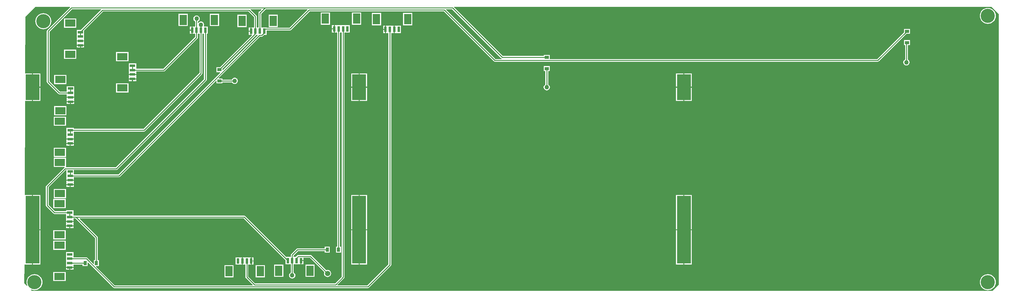
<source format=gbl>
G04 Layer_Physical_Order=2*
G04 Layer_Color=16711680*
%FSLAX42Y42*%
%MOMM*%
G71*
G01*
G75*
%ADD10R,4.00X19.16*%
%ADD11R,4.00X7.26*%
%ADD13C,0.25*%
%ADD14C,1.27*%
%ADD15C,4.00*%
%ADD16C,1.50*%
%ADD17R,0.90X1.20*%
%ADD18R,1.60X0.80*%
%ADD19R,3.00X2.10*%
%ADD20R,2.10X3.00*%
%ADD21R,0.80X1.60*%
%ADD22R,1.20X0.90*%
G36*
X6671Y7353D02*
X5685Y6366D01*
X5673Y6371D01*
Y6406D01*
X6632Y7364D01*
X6666D01*
X6671Y7353D01*
D02*
G37*
G36*
X27661Y7950D02*
Y279D01*
X27483Y102D01*
X279D01*
X245Y136D01*
X252Y147D01*
X263Y141D01*
X306Y128D01*
X350Y124D01*
X394Y128D01*
X437Y141D01*
X476Y162D01*
X510Y190D01*
X538Y224D01*
X559Y263D01*
X572Y306D01*
X576Y350D01*
X572Y394D01*
X559Y437D01*
X538Y476D01*
X510Y510D01*
X476Y538D01*
X437Y559D01*
X394Y572D01*
X350Y576D01*
X306Y572D01*
X263Y559D01*
X224Y538D01*
X190Y510D01*
X162Y476D01*
X141Y437D01*
X128Y394D01*
X124Y350D01*
X128Y306D01*
X141Y263D01*
X147Y252D01*
X136Y245D01*
X63Y317D01*
X65Y853D01*
X68Y853D01*
Y853D01*
X280D01*
Y1836D01*
Y2819D01*
X81D01*
X72Y2828D01*
X81Y5490D01*
X280D01*
Y5878D01*
Y6266D01*
X92D01*
X84Y6275D01*
X89Y7874D01*
X368Y8153D01*
X1351D01*
X1356Y8142D01*
X709Y7495D01*
X701Y7482D01*
X698Y7468D01*
Y6033D01*
X701Y6018D01*
X709Y6005D01*
X1026Y5689D01*
X1038Y5680D01*
X1053Y5677D01*
X1264D01*
Y5604D01*
X1370D01*
X1475D01*
Y5651D01*
Y5776D01*
Y5906D01*
X1264D01*
Y5755D01*
X1069D01*
X775Y6049D01*
Y7452D01*
X1416Y8092D01*
X2231D01*
X2236Y8080D01*
X1661Y7506D01*
X1546D01*
Y7375D01*
Y7250D01*
Y7203D01*
X1651D01*
X1756D01*
Y7250D01*
Y7375D01*
Y7491D01*
X2291Y8026D01*
X6410D01*
X6568Y7868D01*
Y7575D01*
X6495D01*
Y7470D01*
Y7364D01*
X6505D01*
X6510Y7353D01*
X5603Y6446D01*
X5503D01*
Y6305D01*
X5607D01*
X5612Y6293D01*
X2723Y3404D01*
X1464D01*
Y3530D01*
X2667D01*
X2682Y3533D01*
X2694Y3541D01*
X5217Y6064D01*
X5225Y6076D01*
X5228Y6091D01*
Y7390D01*
X5255D01*
Y7600D01*
X5154D01*
X5146Y7613D01*
X5151Y7627D01*
X5154Y7650D01*
X5151Y7674D01*
X5142Y7695D01*
X5128Y7714D01*
X5110Y7728D01*
X5088Y7737D01*
X5065Y7740D01*
X5042Y7737D01*
X5020Y7728D01*
X5001Y7714D01*
X4991Y7700D01*
X4978Y7704D01*
Y7743D01*
X4985Y7746D01*
X5004Y7760D01*
X5018Y7778D01*
X5027Y7800D01*
X5030Y7823D01*
X5027Y7846D01*
X5018Y7868D01*
X5004Y7887D01*
X4985Y7901D01*
X4964Y7910D01*
X4940Y7913D01*
X4917Y7910D01*
X4895Y7901D01*
X4877Y7887D01*
X4863Y7868D01*
X4854Y7846D01*
X4851Y7823D01*
X4854Y7800D01*
X4863Y7778D01*
X4877Y7760D01*
X4895Y7746D01*
X4900Y7743D01*
Y7600D01*
X4827D01*
Y7495D01*
Y7390D01*
X4900D01*
Y7303D01*
X3999Y6402D01*
X3230D01*
Y6553D01*
X3019D01*
Y6422D01*
Y6297D01*
Y6250D01*
X3124D01*
X3230D01*
Y6324D01*
X4015D01*
X4030Y6327D01*
X4042Y6335D01*
X4967Y7260D01*
X4975Y7272D01*
X4978Y7287D01*
Y7390D01*
X5025D01*
Y6287D01*
X3436Y4698D01*
X1464D01*
Y4724D01*
X1253D01*
Y4594D01*
Y4469D01*
Y4422D01*
X1359D01*
X1464D01*
Y4469D01*
Y4620D01*
X3452D01*
X3467Y4623D01*
X3480Y4631D01*
X5092Y6243D01*
X5100Y6256D01*
X5103Y6271D01*
Y7390D01*
X5150D01*
Y6107D01*
X2651Y3608D01*
X1254D01*
X1244Y3615D01*
X1244Y3620D01*
Y3876D01*
X893D01*
Y3615D01*
X1197D01*
X1201Y3602D01*
X1192Y3596D01*
X684Y3088D01*
X675Y3076D01*
X672Y3061D01*
Y2527D01*
X675Y2512D01*
X684Y2500D01*
X889Y2295D01*
X902Y2286D01*
X916Y2283D01*
X1241D01*
Y2132D01*
Y2085D01*
X1346D01*
X1452D01*
Y2158D01*
X1508D01*
X2064Y1602D01*
Y974D01*
X2033D01*
Y871D01*
X2021Y866D01*
X1844Y1043D01*
X1831Y1052D01*
X1816Y1055D01*
X1452D01*
Y1206D01*
X1241D01*
Y1076D01*
Y951D01*
Y826D01*
Y779D01*
X1346D01*
X1452D01*
Y850D01*
X1713D01*
Y804D01*
X1853D01*
Y907D01*
X1865Y912D01*
X2584Y194D01*
X2596Y185D01*
X2611Y182D01*
X9797D01*
X9812Y185D01*
X9824Y194D01*
X10441Y811D01*
X10450Y823D01*
X10453Y838D01*
Y7413D01*
X10526D01*
Y7518D01*
Y7624D01*
X10302D01*
Y7518D01*
Y7413D01*
X10375D01*
Y854D01*
X9781Y260D01*
X8932D01*
X8927Y272D01*
X9118Y462D01*
X9126Y475D01*
X9129Y490D01*
Y7428D01*
X9281D01*
Y7639D01*
X8853D01*
Y7533D01*
Y7428D01*
X8922D01*
Y1355D01*
X8891D01*
Y1185D01*
X9031D01*
Y1355D01*
X9000D01*
Y7428D01*
X9051D01*
Y506D01*
X8861Y316D01*
X6597D01*
X6403Y510D01*
Y845D01*
X6476D01*
Y950D01*
Y1056D01*
X6251D01*
Y950D01*
Y845D01*
X6325D01*
Y494D01*
X6328Y479D01*
X6336Y467D01*
X6532Y272D01*
X6527Y260D01*
X2627D01*
X2095Y792D01*
X2100Y804D01*
X2174D01*
Y974D01*
X2142D01*
Y1618D01*
X2139Y1633D01*
X2131Y1645D01*
X1630Y2147D01*
X1634Y2158D01*
X6273D01*
X7458Y974D01*
Y858D01*
X7610D01*
Y624D01*
X7604Y621D01*
X7585Y607D01*
X7571Y588D01*
X7562Y567D01*
X7559Y544D01*
X7562Y520D01*
X7571Y499D01*
X7585Y480D01*
X7604Y466D01*
X7625Y457D01*
X7648Y454D01*
X7672Y457D01*
X7693Y466D01*
X7712Y480D01*
X7726Y499D01*
X7735Y520D01*
X7738Y544D01*
X7735Y567D01*
X7726Y588D01*
X7712Y607D01*
X7693Y621D01*
X7687Y624D01*
Y858D01*
X7886D01*
Y963D01*
X7898D01*
Y976D01*
X7964D01*
Y1042D01*
X8148D01*
X8556Y635D01*
X8551Y623D01*
X8547Y597D01*
X8551Y571D01*
X8561Y546D01*
X8577Y525D01*
X8598Y509D01*
X8622Y499D01*
X8649Y496D01*
X8675Y499D01*
X8699Y509D01*
X8720Y525D01*
X8736Y546D01*
X8747Y571D01*
X8750Y597D01*
X8747Y623D01*
X8736Y648D01*
X8720Y669D01*
X8699Y685D01*
X8675Y695D01*
X8649Y698D01*
X8622Y695D01*
X8611Y690D01*
X8192Y1109D01*
X8179Y1117D01*
X8164Y1120D01*
X7820D01*
X7805Y1117D01*
X7793Y1109D01*
X7753Y1069D01*
X7687D01*
Y1105D01*
X7814Y1231D01*
X8571D01*
Y1185D01*
X8711D01*
Y1355D01*
X8571D01*
Y1309D01*
X7798D01*
X7783Y1306D01*
X7770Y1297D01*
X7621Y1148D01*
X7613Y1135D01*
X7610Y1121D01*
Y1069D01*
X7473D01*
X6317Y2225D01*
X6304Y2233D01*
X6289Y2236D01*
X1452D01*
Y2388D01*
X1241D01*
Y2361D01*
X932D01*
X750Y2543D01*
Y3045D01*
X1235Y3530D01*
X1253D01*
Y3425D01*
Y3300D01*
Y3253D01*
X1359D01*
X1464D01*
Y3327D01*
X2739D01*
X2754Y3330D01*
X2767Y3338D01*
X5491Y6062D01*
X5503Y6057D01*
Y5985D01*
X5673D01*
Y6017D01*
X5941D01*
X5942Y6013D01*
X5956Y5994D01*
X5975Y5980D01*
X5997Y5971D01*
X6020Y5968D01*
X6043Y5971D01*
X6065Y5980D01*
X6083Y5994D01*
X6097Y6013D01*
X6106Y6035D01*
X6109Y6058D01*
X6106Y6081D01*
X6097Y6103D01*
X6083Y6121D01*
X6065Y6136D01*
X6043Y6145D01*
X6020Y6148D01*
X5997Y6145D01*
X5975Y6136D01*
X5956Y6121D01*
X5942Y6103D01*
X5939Y6094D01*
X5673D01*
Y6126D01*
X5571D01*
X5566Y6138D01*
X6741Y7313D01*
X6791D01*
X6806Y7316D01*
X6818Y7324D01*
X6858Y7364D01*
X6922D01*
Y7487D01*
X7582D01*
X7597Y7490D01*
X7609Y7499D01*
X8142Y8031D01*
X11942D01*
X13361Y6612D01*
X13373Y6604D01*
X13388Y6601D01*
X24234D01*
X24249Y6604D01*
X24262Y6612D01*
X25042Y7392D01*
X25143D01*
Y7533D01*
X24972D01*
Y7432D01*
X24218Y6678D01*
X14944D01*
Y6796D01*
X14774D01*
Y6765D01*
X13610D01*
X12233Y8142D01*
X12238Y8153D01*
X27457D01*
X27661Y7950D01*
D02*
G37*
G36*
X8081Y8080D02*
X7566Y7565D01*
X6922D01*
Y7575D01*
X6771D01*
Y7962D01*
X6900Y8092D01*
X8076D01*
X8081Y8080D01*
D02*
G37*
G36*
X6779D02*
X6727Y8028D01*
X6717Y8026D01*
X6705Y8018D01*
X6696Y8005D01*
X6693Y7990D01*
Y7978D01*
Y7575D01*
X6646D01*
Y7884D01*
X6643Y7899D01*
X6634Y7911D01*
X6466Y8080D01*
X6471Y8092D01*
X6774D01*
X6779Y8080D01*
D02*
G37*
G36*
X13567Y6698D02*
X13578Y6691D01*
X13578Y6685D01*
X13575Y6678D01*
X13404D01*
X12003Y8080D01*
X12008Y8092D01*
X12173D01*
X13567Y6698D01*
D02*
G37*
%LPC*%
G36*
X518Y2819D02*
X306D01*
Y1849D01*
X518D01*
Y2819D01*
D02*
G37*
G36*
X9768D02*
X9556D01*
Y1849D01*
X9768D01*
Y2819D01*
D02*
G37*
G36*
X1244Y2991D02*
X893D01*
Y2730D01*
X1244D01*
Y2991D01*
D02*
G37*
G36*
X1346Y3103D02*
X1253D01*
Y3050D01*
X1346D01*
Y3103D01*
D02*
G37*
G36*
X1452Y1934D02*
X1359D01*
Y1882D01*
X1452D01*
Y1934D01*
D02*
G37*
G36*
X1334D02*
X1241D01*
Y1882D01*
X1334D01*
Y1934D01*
D02*
G37*
G36*
X1232Y2708D02*
X881D01*
Y2447D01*
X1232D01*
Y2708D01*
D02*
G37*
G36*
X1452Y2059D02*
X1346D01*
X1241D01*
Y2007D01*
Y1960D01*
X1346D01*
X1452D01*
Y2007D01*
Y2059D01*
D02*
G37*
G36*
X1255Y5341D02*
X904D01*
Y5081D01*
X1255D01*
Y5341D01*
D02*
G37*
G36*
X1244Y5044D02*
X894D01*
Y4783D01*
X1244D01*
Y5044D01*
D02*
G37*
G36*
X1357Y5453D02*
X1264D01*
Y5401D01*
X1357D01*
Y5453D01*
D02*
G37*
G36*
X1475Y5578D02*
X1370D01*
X1264D01*
Y5526D01*
Y5479D01*
X1370D01*
X1475D01*
Y5526D01*
Y5578D01*
D02*
G37*
G36*
Y5453D02*
X1382D01*
Y5401D01*
X1475D01*
Y5453D01*
D02*
G37*
G36*
X1464Y4396D02*
X1359D01*
X1253D01*
Y4344D01*
Y4297D01*
X1359D01*
X1464D01*
Y4344D01*
Y4396D01*
D02*
G37*
G36*
Y3228D02*
X1359D01*
X1253D01*
Y3175D01*
Y3128D01*
X1359D01*
X1464D01*
Y3175D01*
Y3228D01*
D02*
G37*
G36*
Y3103D02*
X1372D01*
Y3050D01*
X1464D01*
Y3103D01*
D02*
G37*
G36*
X1244Y4159D02*
X894D01*
Y3899D01*
X1244D01*
Y4159D01*
D02*
G37*
G36*
X1464Y4271D02*
X1372D01*
Y4219D01*
X1464D01*
Y4271D01*
D02*
G37*
G36*
X1346D02*
X1253D01*
Y4219D01*
X1346D01*
Y4271D01*
D02*
G37*
G36*
X1452Y753D02*
X1359D01*
Y701D01*
X1452D01*
Y753D01*
D02*
G37*
G36*
X1334D02*
X1241D01*
Y701D01*
X1334D01*
Y753D01*
D02*
G37*
G36*
X6226Y1056D02*
X6048D01*
Y845D01*
X6226D01*
Y950D01*
Y1056D01*
D02*
G37*
G36*
X518Y1823D02*
X306D01*
Y853D01*
X518D01*
Y1823D01*
D02*
G37*
G36*
X6554Y938D02*
X6501D01*
Y845D01*
X6554D01*
Y938D01*
D02*
G37*
G36*
X8284Y848D02*
X8023D01*
Y498D01*
X8284D01*
Y848D01*
D02*
G37*
G36*
X1232Y641D02*
X881D01*
Y381D01*
X1232D01*
Y641D01*
D02*
G37*
G36*
X27350Y576D02*
X27306Y572D01*
X27263Y559D01*
X27224Y538D01*
X27190Y510D01*
X27162Y476D01*
X27141Y437D01*
X27128Y394D01*
X27124Y350D01*
X27128Y306D01*
X27141Y263D01*
X27162Y224D01*
X27190Y190D01*
X27224Y162D01*
X27263Y141D01*
X27306Y128D01*
X27350Y124D01*
X27394Y128D01*
X27437Y141D01*
X27476Y162D01*
X27510Y190D01*
X27538Y224D01*
X27559Y263D01*
X27572Y306D01*
X27576Y350D01*
X27572Y394D01*
X27559Y437D01*
X27538Y476D01*
X27510Y510D01*
X27476Y538D01*
X27437Y559D01*
X27394Y572D01*
X27350Y576D01*
D02*
G37*
G36*
X5989Y836D02*
X5728D01*
Y485D01*
X5989D01*
Y836D01*
D02*
G37*
G36*
X7399Y848D02*
X7138D01*
Y498D01*
X7399D01*
Y848D01*
D02*
G37*
G36*
X6874Y836D02*
X6613D01*
Y485D01*
X6874D01*
Y836D01*
D02*
G37*
G36*
X1232Y1823D02*
X881D01*
Y1562D01*
X1232D01*
Y1823D01*
D02*
G37*
G36*
X1232Y1526D02*
X881D01*
Y1266D01*
X1232D01*
Y1526D01*
D02*
G37*
G36*
X18730Y2819D02*
X18518D01*
Y1849D01*
X18730D01*
Y2819D01*
D02*
G37*
G36*
X9530D02*
X9318D01*
Y1849D01*
X9530D01*
Y2819D01*
D02*
G37*
G36*
X18968D02*
X18756D01*
Y1849D01*
X18968D01*
Y2819D01*
D02*
G37*
G36*
X6554Y1056D02*
X6501D01*
Y963D01*
X6554D01*
Y1056D01*
D02*
G37*
G36*
X9768Y1823D02*
X9556D01*
Y853D01*
X9768D01*
Y1823D01*
D02*
G37*
G36*
X9530D02*
X9318D01*
Y853D01*
X9530D01*
Y1823D01*
D02*
G37*
G36*
X18730Y1823D02*
X18518D01*
Y853D01*
X18730D01*
Y1823D01*
D02*
G37*
G36*
X7964Y950D02*
X7911D01*
Y858D01*
X7964D01*
Y950D01*
D02*
G37*
G36*
X18968Y1823D02*
X18756D01*
Y853D01*
X18968D01*
Y1823D01*
D02*
G37*
G36*
X518Y5865D02*
X306D01*
Y5490D01*
X518D01*
Y5865D01*
D02*
G37*
G36*
X4802Y7600D02*
X4749D01*
Y7508D01*
X4802D01*
Y7600D01*
D02*
G37*
G36*
X6469Y7575D02*
X6417D01*
Y7482D01*
X6469D01*
Y7575D01*
D02*
G37*
G36*
X600Y7976D02*
X556Y7972D01*
X513Y7959D01*
X474Y7938D01*
X440Y7910D01*
X412Y7876D01*
X391Y7837D01*
X378Y7794D01*
X374Y7750D01*
X378Y7706D01*
X391Y7663D01*
X412Y7624D01*
X440Y7590D01*
X474Y7562D01*
X513Y7541D01*
X556Y7528D01*
X600Y7524D01*
X644Y7528D01*
X687Y7541D01*
X726Y7562D01*
X760Y7590D01*
X788Y7624D01*
X809Y7663D01*
X822Y7706D01*
X826Y7750D01*
X822Y7794D01*
X809Y7837D01*
X788Y7876D01*
X760Y7910D01*
X726Y7938D01*
X687Y7959D01*
X644Y7972D01*
X600Y7976D01*
D02*
G37*
G36*
X8828Y7639D02*
X8775D01*
Y7546D01*
X8828D01*
Y7639D01*
D02*
G37*
G36*
X10276Y7624D02*
X10224D01*
Y7531D01*
X10276D01*
Y7624D01*
D02*
G37*
G36*
X4802Y7482D02*
X4749D01*
Y7390D01*
X4802D01*
Y7482D01*
D02*
G37*
G36*
X6469Y7457D02*
X6417D01*
Y7364D01*
X6469D01*
Y7457D01*
D02*
G37*
G36*
X10276Y7506D02*
X10224D01*
Y7413D01*
X10276D01*
Y7506D01*
D02*
G37*
G36*
X8828Y7520D02*
X8775D01*
Y7428D01*
X8828D01*
Y7520D01*
D02*
G37*
G36*
X10729Y7624D02*
X10552D01*
Y7518D01*
Y7413D01*
X10729D01*
Y7624D01*
D02*
G37*
G36*
X11049Y7984D02*
X10789D01*
Y7633D01*
X11049D01*
Y7984D01*
D02*
G37*
G36*
X10164D02*
X9904D01*
Y7633D01*
X10164D01*
Y7984D01*
D02*
G37*
G36*
X8716Y7999D02*
X8455D01*
Y7648D01*
X8716D01*
Y7999D01*
D02*
G37*
G36*
X27350Y8126D02*
X27306Y8122D01*
X27263Y8109D01*
X27224Y8088D01*
X27190Y8060D01*
X27162Y8026D01*
X27141Y7987D01*
X27128Y7944D01*
X27124Y7900D01*
X27128Y7856D01*
X27141Y7813D01*
X27162Y7774D01*
X27190Y7740D01*
X27224Y7712D01*
X27263Y7691D01*
X27306Y7678D01*
X27350Y7674D01*
X27394Y7678D01*
X27437Y7691D01*
X27476Y7712D01*
X27510Y7740D01*
X27538Y7774D01*
X27559Y7813D01*
X27572Y7856D01*
X27576Y7900D01*
X27572Y7944D01*
X27559Y7987D01*
X27538Y8026D01*
X27510Y8060D01*
X27476Y8088D01*
X27437Y8109D01*
X27394Y8122D01*
X27350Y8126D01*
D02*
G37*
G36*
X9601Y7999D02*
X9340D01*
Y7648D01*
X9601D01*
Y7999D01*
D02*
G37*
G36*
X6357Y7935D02*
X6097D01*
Y7584D01*
X6357D01*
Y7935D01*
D02*
G37*
G36*
X1536Y7826D02*
X1186D01*
Y7565D01*
X1536D01*
Y7826D01*
D02*
G37*
G36*
X5575Y7961D02*
X5314D01*
Y7610D01*
X5575D01*
Y7961D01*
D02*
G37*
G36*
X4690D02*
X4429D01*
Y7610D01*
X4690D01*
Y7961D01*
D02*
G37*
G36*
X1756Y7178D02*
X1651D01*
X1546D01*
Y7125D01*
Y7078D01*
X1651D01*
X1756D01*
Y7125D01*
Y7178D01*
D02*
G37*
G36*
X18730Y6266D02*
X18518D01*
Y5891D01*
X18730D01*
Y6266D01*
D02*
G37*
G36*
X14944Y6476D02*
X14774D01*
Y6335D01*
X14820D01*
Y5957D01*
X14814Y5955D01*
X14796Y5941D01*
X14781Y5922D01*
X14772Y5900D01*
X14769Y5877D01*
X14772Y5854D01*
X14781Y5832D01*
X14796Y5814D01*
X14814Y5800D01*
X14836Y5791D01*
X14859Y5788D01*
X14882Y5791D01*
X14904Y5800D01*
X14922Y5814D01*
X14937Y5832D01*
X14946Y5854D01*
X14949Y5877D01*
X14946Y5900D01*
X14937Y5922D01*
X14922Y5941D01*
X14904Y5955D01*
X14898Y5957D01*
Y6335D01*
X14944D01*
Y6476D01*
D02*
G37*
G36*
X18968Y6266D02*
X18756D01*
Y5891D01*
X18968D01*
Y6266D01*
D02*
G37*
G36*
X518D02*
X306D01*
Y5891D01*
X518D01*
Y6266D01*
D02*
G37*
G36*
X9530D02*
X9318D01*
Y5891D01*
X9530D01*
Y6266D01*
D02*
G37*
G36*
X9768Y5865D02*
X9556D01*
Y5490D01*
X9768D01*
Y5865D01*
D02*
G37*
G36*
X9530D02*
X9318D01*
Y5490D01*
X9530D01*
Y5865D01*
D02*
G37*
G36*
X18730Y5865D02*
X18518D01*
Y5490D01*
X18730D01*
Y5865D01*
D02*
G37*
G36*
X3010Y5988D02*
X2659D01*
Y5727D01*
X3010D01*
Y5988D01*
D02*
G37*
G36*
X18968Y5865D02*
X18756D01*
Y5490D01*
X18968D01*
Y5865D01*
D02*
G37*
G36*
X3010Y6873D02*
X2659D01*
Y6612D01*
X3010D01*
Y6873D01*
D02*
G37*
G36*
X25143Y7213D02*
X24972D01*
Y7072D01*
X25006D01*
Y6664D01*
X25000Y6661D01*
X24981Y6647D01*
X24967Y6629D01*
X24958Y6607D01*
X24955Y6584D01*
X24958Y6560D01*
X24967Y6539D01*
X24981Y6520D01*
X25000Y6506D01*
X25021Y6497D01*
X25044Y6494D01*
X25068Y6497D01*
X25089Y6506D01*
X25108Y6520D01*
X25122Y6539D01*
X25131Y6560D01*
X25134Y6584D01*
X25131Y6607D01*
X25122Y6629D01*
X25108Y6647D01*
X25089Y6661D01*
X25083Y6664D01*
Y7072D01*
X25143D01*
Y7213D01*
D02*
G37*
G36*
X1536Y6941D02*
X1186D01*
Y6680D01*
X1536D01*
Y6941D01*
D02*
G37*
G36*
X1756Y7052D02*
X1664D01*
Y7000D01*
X1756D01*
Y7052D01*
D02*
G37*
G36*
X1638D02*
X1546D01*
Y7000D01*
X1638D01*
Y7052D01*
D02*
G37*
G36*
X1255Y6226D02*
X904D01*
Y5966D01*
X1255D01*
Y6226D01*
D02*
G37*
G36*
X9768Y6266D02*
X9556D01*
Y5891D01*
X9768D01*
Y6266D01*
D02*
G37*
G36*
X3111Y6100D02*
X3019D01*
Y6047D01*
X3111D01*
Y6100D01*
D02*
G37*
G36*
X3230Y6225D02*
X3124D01*
X3019D01*
Y6172D01*
Y6125D01*
X3124D01*
X3230D01*
Y6172D01*
Y6225D01*
D02*
G37*
G36*
Y6100D02*
X3137D01*
Y6047D01*
X3230D01*
Y6100D01*
D02*
G37*
G36*
X7242Y7935D02*
X6982D01*
Y7584D01*
X7242D01*
Y7935D01*
D02*
G37*
%LPD*%
D10*
X9543Y1836D02*
D03*
X293D02*
D03*
X18743D02*
D03*
D11*
X9543Y5878D02*
D03*
X293D02*
D03*
X18743D02*
D03*
D13*
X6857Y7526D02*
X7582D01*
X1524Y2197D02*
X6289D01*
X1346D02*
X1524D01*
X2103Y1618D01*
Y889D02*
Y1618D01*
X293Y1077D02*
Y1836D01*
Y2283D01*
X1053Y5716D02*
X1370D01*
X737Y6033D02*
X1053Y5716D01*
X737Y6033D02*
Y7468D01*
X1400Y8131D01*
X6884D01*
X1370Y5716D02*
Y5841D01*
X1651Y7440D02*
X2275Y8064D01*
X6426D01*
X6607Y7884D01*
Y7470D02*
Y7884D01*
X6732Y7978D02*
Y7990D01*
X1651Y7315D02*
Y7440D01*
X3124Y6363D02*
Y6488D01*
Y6363D02*
X4015D01*
X4939Y7287D01*
X1359Y4534D02*
Y4659D01*
X3452D01*
X5064Y6271D01*
X916Y2322D02*
X1346D01*
X711Y2527D02*
X916Y2322D01*
X711Y2527D02*
Y3061D01*
X1219Y3569D01*
X2667D01*
X1359Y3365D02*
Y3491D01*
Y3365D02*
X2739D01*
X2667Y3569D02*
X5189Y6091D01*
X6289Y2197D02*
X7523Y963D01*
X1346Y2197D02*
Y2322D01*
Y891D02*
X1348Y889D01*
X1783D01*
X1346Y1016D02*
X1816D01*
X5189Y6091D02*
Y7495D01*
X5064Y6271D02*
Y7495D01*
X4939Y7287D02*
Y7495D01*
X7582Y7526D02*
X8125Y8070D01*
X11958D01*
X6725Y7352D02*
X6791D01*
X6857Y7418D01*
Y7470D01*
X2739Y3365D02*
X6725Y7352D01*
X5588Y6375D02*
X6607Y7394D01*
Y7470D01*
X10414Y838D02*
Y7518D01*
X6579Y277D02*
Y279D01*
X6364Y494D02*
X6579Y279D01*
X6364Y494D02*
Y950D01*
X9090Y490D02*
Y7533D01*
X6884Y8131D02*
X12189D01*
X11958Y8070D02*
X13388Y6640D01*
X6732Y7978D02*
X6884Y8131D01*
X12189D02*
X13594Y6726D01*
X8961Y7529D02*
X8965Y7533D01*
X8961Y1270D02*
Y7529D01*
X7798Y1270D02*
X8641D01*
X7648Y1121D02*
X7798Y1270D01*
X7648Y963D02*
Y1121D01*
X13388Y6640D02*
X24234D01*
X25057Y7462D01*
X4939Y7822D02*
X4940Y7823D01*
X4939Y7495D02*
Y7822D01*
X7648Y544D02*
Y963D01*
X6017Y6055D02*
X6020Y6058D01*
X5588Y6055D02*
X6017D01*
X25044Y6584D02*
Y7143D01*
X6732Y7470D02*
Y7978D01*
X13594Y6726D02*
X14859D01*
X6857Y7470D02*
Y7526D01*
X14859Y5877D02*
Y6406D01*
X6482Y7429D02*
Y7470D01*
X25044Y7143D02*
X25057D01*
X4814Y7495D02*
Y7496D01*
X5064Y7495D02*
Y7650D01*
X5065Y7650D01*
X9797Y221D02*
X10414Y838D01*
X1816Y1016D02*
X2611Y221D01*
X8877Y277D02*
X9090Y490D01*
X2611Y221D02*
X9797D01*
X6579Y277D02*
X8877D01*
X7820Y1081D02*
X8164D01*
X8649Y597D01*
X7773Y1034D02*
X7820Y1081D01*
X7773Y963D02*
Y1034D01*
D14*
X4940Y7823D02*
D03*
X7648Y544D02*
D03*
X6020Y6058D02*
D03*
X14859Y5877D02*
D03*
X25044Y6584D02*
D03*
X5065Y7650D02*
D03*
D15*
X27350Y350D02*
D03*
Y7900D02*
D03*
X350Y350D02*
D03*
X600Y7750D02*
D03*
D16*
X8649Y597D02*
D03*
D17*
X8641Y1270D02*
D03*
X8961D02*
D03*
X2103Y889D02*
D03*
X1783D02*
D03*
D18*
X3124Y6113D02*
D03*
Y6238D02*
D03*
Y6363D02*
D03*
Y6488D02*
D03*
X1370Y5466D02*
D03*
Y5591D02*
D03*
Y5716D02*
D03*
Y5841D02*
D03*
X1651Y7065D02*
D03*
Y7190D02*
D03*
Y7315D02*
D03*
Y7440D02*
D03*
X1346Y1947D02*
D03*
Y2072D02*
D03*
Y2197D02*
D03*
Y2322D02*
D03*
X1359Y3491D02*
D03*
Y3365D02*
D03*
Y3241D02*
D03*
Y3116D02*
D03*
Y4284D02*
D03*
Y4409D02*
D03*
Y4534D02*
D03*
Y4659D02*
D03*
X1346Y1141D02*
D03*
Y1016D02*
D03*
Y891D02*
D03*
Y766D02*
D03*
D19*
X2834Y5858D02*
D03*
Y6743D02*
D03*
X1080Y5211D02*
D03*
Y6096D02*
D03*
X1361Y6810D02*
D03*
Y7695D02*
D03*
X1056Y1692D02*
D03*
Y2577D02*
D03*
X1069Y3745D02*
D03*
Y2861D02*
D03*
X1069Y4029D02*
D03*
Y4914D02*
D03*
X1056Y1396D02*
D03*
Y511D02*
D03*
D20*
X5444Y7785D02*
D03*
X4559D02*
D03*
X7112Y7760D02*
D03*
X6227D02*
D03*
X9470Y7823D02*
D03*
X8585D02*
D03*
X10919Y7808D02*
D03*
X10034D02*
D03*
X5859Y660D02*
D03*
X6744D02*
D03*
X7268Y673D02*
D03*
X8153D02*
D03*
D21*
X5189Y7495D02*
D03*
X5064D02*
D03*
X4939D02*
D03*
X4814D02*
D03*
X6857Y7470D02*
D03*
X6732D02*
D03*
X6607D02*
D03*
X6482D02*
D03*
X9215Y7533D02*
D03*
X9090D02*
D03*
X8965D02*
D03*
X8840D02*
D03*
X10664Y7518D02*
D03*
X10539D02*
D03*
X10414D02*
D03*
X10289D02*
D03*
X6114Y950D02*
D03*
X6239D02*
D03*
X6364D02*
D03*
X6489D02*
D03*
X7523Y963D02*
D03*
X7648D02*
D03*
X7773D02*
D03*
X7898D02*
D03*
D22*
X25057Y7143D02*
D03*
Y7462D02*
D03*
X14859Y6406D02*
D03*
Y6726D02*
D03*
X5588Y6055D02*
D03*
Y6375D02*
D03*
M02*

</source>
